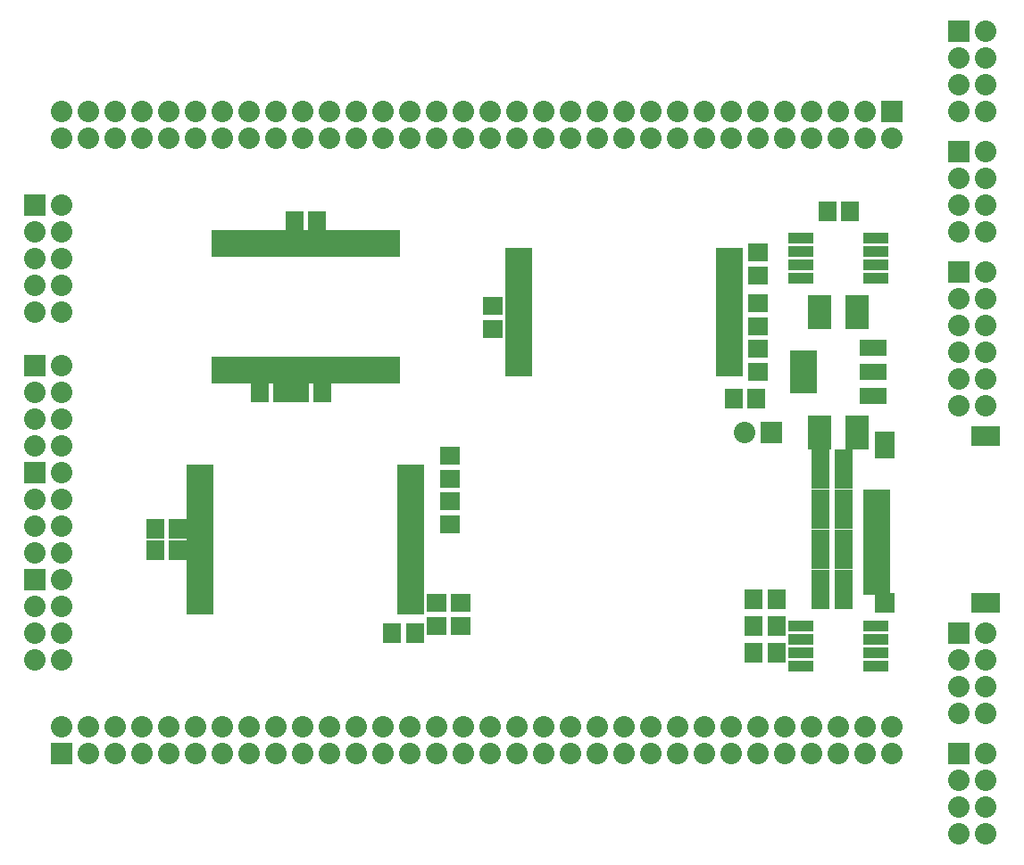
<source format=gts>
G04 (created by PCBNEW-RS274X (2012-01-19 BZR 3256)-stable) date 08/10/2012 04:37:32*
G01*
G70*
G90*
%MOIN*%
G04 Gerber Fmt 3.4, Leading zero omitted, Abs format*
%FSLAX34Y34*%
G04 APERTURE LIST*
%ADD10C,0.006000*%
%ADD11R,0.098700X0.027800*%
%ADD12R,0.065000X0.075000*%
%ADD13R,0.080000X0.080000*%
%ADD14C,0.080000*%
%ADD15R,0.100000X0.164000*%
%ADD16R,0.100000X0.060000*%
%ADD17R,0.090000X0.130000*%
%ADD18R,0.075000X0.065000*%
%ADD19R,0.106600X0.075100*%
%ADD20R,0.075100X0.098700*%
%ADD21R,0.075100X0.075100*%
%ADD22R,0.098700X0.047600*%
%ADD23R,0.095000X0.040000*%
%ADD24R,0.039700X0.098700*%
G04 APERTURE END LIST*
G54D10*
G54D11*
X25037Y-27870D03*
X25037Y-27673D03*
X25037Y-27476D03*
X25037Y-27280D03*
X25037Y-27083D03*
X25037Y-26886D03*
X25037Y-26689D03*
X25037Y-26492D03*
X25037Y-26295D03*
X25037Y-26098D03*
X25037Y-25902D03*
X25037Y-25705D03*
X25037Y-25508D03*
X25037Y-25311D03*
X25037Y-25114D03*
X25037Y-24917D03*
X25037Y-24720D03*
X25037Y-24524D03*
X25037Y-24327D03*
X25037Y-24130D03*
X25037Y-23933D03*
X25037Y-23736D03*
X25037Y-23539D03*
X25037Y-23343D03*
X17163Y-23343D03*
X17163Y-23539D03*
X17163Y-23736D03*
X17163Y-23933D03*
X17163Y-24130D03*
X17163Y-24327D03*
X17163Y-24524D03*
X17163Y-24720D03*
X17163Y-24917D03*
X17163Y-25114D03*
X17163Y-25311D03*
X17163Y-25508D03*
X17163Y-25705D03*
X17163Y-25902D03*
X17163Y-26098D03*
X17163Y-26295D03*
X17163Y-26492D03*
X17163Y-26689D03*
X17163Y-26886D03*
X17163Y-27083D03*
X17163Y-27280D03*
X17163Y-27476D03*
X17163Y-27673D03*
X17163Y-27870D03*
X17163Y-28067D03*
X17163Y-28264D03*
X17163Y-28461D03*
X17163Y-28657D03*
X25037Y-28067D03*
X25037Y-28264D03*
X25037Y-28461D03*
X25037Y-28657D03*
X29063Y-15630D03*
X29063Y-15827D03*
X29063Y-16024D03*
X29063Y-16220D03*
X29063Y-16417D03*
X29063Y-16614D03*
X29063Y-16811D03*
X29063Y-17008D03*
X29063Y-17205D03*
X29063Y-17402D03*
X29063Y-17598D03*
X29063Y-17795D03*
X29063Y-17992D03*
X29063Y-18189D03*
X29063Y-18386D03*
X29063Y-18583D03*
X29063Y-18780D03*
X29063Y-18976D03*
X29063Y-19173D03*
X29063Y-19370D03*
X29063Y-19567D03*
X29063Y-19764D03*
X36937Y-19764D03*
X36937Y-19567D03*
X36937Y-19370D03*
X36937Y-19173D03*
X36937Y-18976D03*
X36937Y-18780D03*
X36937Y-18583D03*
X36937Y-18386D03*
X36937Y-18189D03*
X36937Y-17992D03*
X36937Y-17795D03*
X36937Y-17598D03*
X36937Y-17402D03*
X36937Y-17205D03*
X36937Y-17008D03*
X36937Y-16811D03*
X36937Y-16614D03*
X36937Y-16417D03*
X36937Y-16220D03*
X36937Y-16024D03*
X36937Y-15827D03*
X36937Y-15630D03*
X36937Y-15433D03*
X36937Y-15236D03*
X29063Y-15433D03*
X29063Y-15236D03*
G54D12*
X37825Y-29250D03*
X38675Y-29250D03*
G54D13*
X45500Y-16000D03*
G54D14*
X46500Y-16000D03*
X45500Y-17000D03*
X46500Y-17000D03*
X45500Y-18000D03*
X46500Y-18000D03*
X45500Y-19000D03*
X46500Y-19000D03*
X45500Y-20000D03*
X46500Y-20000D03*
X45500Y-21000D03*
X46500Y-21000D03*
G54D13*
X45500Y-11500D03*
G54D14*
X46500Y-11500D03*
X45500Y-12500D03*
X46500Y-12500D03*
X45500Y-13500D03*
X46500Y-13500D03*
X45500Y-14500D03*
X46500Y-14500D03*
G54D13*
X45500Y-07000D03*
G54D14*
X46500Y-07000D03*
X45500Y-08000D03*
X46500Y-08000D03*
X45500Y-09000D03*
X46500Y-09000D03*
X45500Y-10000D03*
X46500Y-10000D03*
G54D15*
X39700Y-19750D03*
G54D16*
X42300Y-19750D03*
X42300Y-18850D03*
X42300Y-20650D03*
G54D17*
X41700Y-17500D03*
X40300Y-17500D03*
X41700Y-22000D03*
X40300Y-22000D03*
G54D12*
X21525Y-14100D03*
X20675Y-14100D03*
G54D18*
X38000Y-18025D03*
X38000Y-17175D03*
X28100Y-18125D03*
X28100Y-17275D03*
G54D12*
X37825Y-28250D03*
X38675Y-28250D03*
G54D18*
X26900Y-29225D03*
X26900Y-28375D03*
G54D12*
X20875Y-20500D03*
X21725Y-20500D03*
G54D18*
X26000Y-29225D03*
X26000Y-28375D03*
G54D12*
X15475Y-25600D03*
X16325Y-25600D03*
G54D18*
X26500Y-22875D03*
X26500Y-23725D03*
X38000Y-19725D03*
X38000Y-18875D03*
X26500Y-25425D03*
X26500Y-24575D03*
G54D12*
X41175Y-23000D03*
X40325Y-23000D03*
X15475Y-26400D03*
X16325Y-26400D03*
X25175Y-29500D03*
X24325Y-29500D03*
X20225Y-20500D03*
X19375Y-20500D03*
G54D13*
X11000Y-27500D03*
G54D14*
X12000Y-27500D03*
X11000Y-28500D03*
X12000Y-28500D03*
X11000Y-29500D03*
X12000Y-29500D03*
X11000Y-30500D03*
X12000Y-30500D03*
G54D13*
X11000Y-23500D03*
G54D14*
X12000Y-23500D03*
X11000Y-24500D03*
X12000Y-24500D03*
X11000Y-25500D03*
X12000Y-25500D03*
X11000Y-26500D03*
X12000Y-26500D03*
G54D13*
X11000Y-19500D03*
G54D14*
X12000Y-19500D03*
X11000Y-20500D03*
X12000Y-20500D03*
X11000Y-21500D03*
X12000Y-21500D03*
X11000Y-22500D03*
X12000Y-22500D03*
G54D13*
X45500Y-34000D03*
G54D14*
X46500Y-34000D03*
X45500Y-35000D03*
X46500Y-35000D03*
X45500Y-36000D03*
X46500Y-36000D03*
X45500Y-37000D03*
X46500Y-37000D03*
G54D13*
X45500Y-29500D03*
G54D14*
X46500Y-29500D03*
X45500Y-30500D03*
X46500Y-30500D03*
X45500Y-31500D03*
X46500Y-31500D03*
X45500Y-32500D03*
X46500Y-32500D03*
G54D13*
X38500Y-22000D03*
G54D14*
X37500Y-22000D03*
G54D19*
X46488Y-28360D03*
X46488Y-22140D03*
G54D20*
X42709Y-22455D03*
G54D21*
X42709Y-28360D03*
G54D22*
X42433Y-27829D03*
X42433Y-27396D03*
X42433Y-26963D03*
X42433Y-26530D03*
X42433Y-26096D03*
X42433Y-25663D03*
X42433Y-25230D03*
X42433Y-24797D03*
X42433Y-24364D03*
G54D23*
X42400Y-29250D03*
X42400Y-29750D03*
X42400Y-30250D03*
X42400Y-30750D03*
X39600Y-30750D03*
X39600Y-30250D03*
X39600Y-29750D03*
X39600Y-29250D03*
G54D18*
X38000Y-15275D03*
X38000Y-16125D03*
G54D12*
X37925Y-20750D03*
X37075Y-20750D03*
X37825Y-30250D03*
X38675Y-30250D03*
X41175Y-28250D03*
X40325Y-28250D03*
X41175Y-23750D03*
X40325Y-23750D03*
X41175Y-24500D03*
X40325Y-24500D03*
X41175Y-25250D03*
X40325Y-25250D03*
X41175Y-26000D03*
X40325Y-26000D03*
X41175Y-26750D03*
X40325Y-26750D03*
X41175Y-27500D03*
X40325Y-27500D03*
G54D13*
X43000Y-10000D03*
G54D14*
X43000Y-11000D03*
X42000Y-10000D03*
X42000Y-11000D03*
X41000Y-10000D03*
X41000Y-11000D03*
X40000Y-10000D03*
X40000Y-11000D03*
X39000Y-10000D03*
X39000Y-11000D03*
X38000Y-10000D03*
X38000Y-11000D03*
X37000Y-10000D03*
X37000Y-11000D03*
X36000Y-10000D03*
X36000Y-11000D03*
X35000Y-10000D03*
X35000Y-11000D03*
X34000Y-10000D03*
X34000Y-11000D03*
X33000Y-10000D03*
X33000Y-11000D03*
X32000Y-10000D03*
X32000Y-11000D03*
X31000Y-10000D03*
X31000Y-11000D03*
X30000Y-10000D03*
X30000Y-11000D03*
X29000Y-10000D03*
X29000Y-11000D03*
X28000Y-10000D03*
X28000Y-11000D03*
X27000Y-10000D03*
X27000Y-11000D03*
X26000Y-10000D03*
X26000Y-11000D03*
X25000Y-10000D03*
X25000Y-11000D03*
X24000Y-10000D03*
X24000Y-11000D03*
X23000Y-10000D03*
X23000Y-11000D03*
X22000Y-10000D03*
X22000Y-11000D03*
X21000Y-10000D03*
X21000Y-11000D03*
X20000Y-10000D03*
X20000Y-11000D03*
X19000Y-10000D03*
X19000Y-11000D03*
X18000Y-10000D03*
X18000Y-11000D03*
X17000Y-10000D03*
X17000Y-11000D03*
X16000Y-10000D03*
X16000Y-11000D03*
X15000Y-10000D03*
X15000Y-11000D03*
X14000Y-10000D03*
X14000Y-11000D03*
X13000Y-10000D03*
X13000Y-11000D03*
X12000Y-10000D03*
X12000Y-11000D03*
G54D13*
X12000Y-34000D03*
G54D14*
X12000Y-33000D03*
X13000Y-34000D03*
X13000Y-33000D03*
X14000Y-34000D03*
X14000Y-33000D03*
X15000Y-34000D03*
X15000Y-33000D03*
X16000Y-34000D03*
X16000Y-33000D03*
X17000Y-34000D03*
X17000Y-33000D03*
X18000Y-34000D03*
X18000Y-33000D03*
X19000Y-34000D03*
X19000Y-33000D03*
X20000Y-34000D03*
X20000Y-33000D03*
X21000Y-34000D03*
X21000Y-33000D03*
X22000Y-34000D03*
X22000Y-33000D03*
X23000Y-34000D03*
X23000Y-33000D03*
X24000Y-34000D03*
X24000Y-33000D03*
X25000Y-34000D03*
X25000Y-33000D03*
X26000Y-34000D03*
X26000Y-33000D03*
X27000Y-34000D03*
X27000Y-33000D03*
X28000Y-34000D03*
X28000Y-33000D03*
X29000Y-34000D03*
X29000Y-33000D03*
X30000Y-34000D03*
X30000Y-33000D03*
X31000Y-34000D03*
X31000Y-33000D03*
X32000Y-34000D03*
X32000Y-33000D03*
X33000Y-34000D03*
X33000Y-33000D03*
X34000Y-34000D03*
X34000Y-33000D03*
X35000Y-34000D03*
X35000Y-33000D03*
X36000Y-34000D03*
X36000Y-33000D03*
X37000Y-34000D03*
X37000Y-33000D03*
X38000Y-34000D03*
X38000Y-33000D03*
X39000Y-34000D03*
X39000Y-33000D03*
X40000Y-34000D03*
X40000Y-33000D03*
X41000Y-34000D03*
X41000Y-33000D03*
X42000Y-34000D03*
X42000Y-33000D03*
X43000Y-34000D03*
X43000Y-33000D03*
G54D24*
X23777Y-14938D03*
X23462Y-14938D03*
X23147Y-14938D03*
X22832Y-14938D03*
X22517Y-14938D03*
X22202Y-14938D03*
X21887Y-14938D03*
X21572Y-14938D03*
X21257Y-14938D03*
X20943Y-14938D03*
X20628Y-14938D03*
X20313Y-14938D03*
X19998Y-14938D03*
X19683Y-14938D03*
X19368Y-14938D03*
X19053Y-14938D03*
X18738Y-14938D03*
X18423Y-14938D03*
X18108Y-14938D03*
G54D10*
G36*
X17595Y-15431D02*
X17595Y-14445D01*
X17991Y-14445D01*
X17991Y-15431D01*
X17595Y-15431D01*
X17595Y-15431D01*
G37*
G54D24*
X17793Y-19662D03*
X18108Y-19662D03*
X18423Y-19662D03*
X18738Y-19662D03*
X19053Y-19662D03*
X19368Y-19662D03*
X19683Y-19662D03*
X19998Y-19662D03*
X20313Y-19662D03*
X20628Y-19662D03*
X20943Y-19662D03*
X21257Y-19662D03*
X21572Y-19662D03*
X21887Y-19662D03*
X22202Y-19662D03*
X22517Y-19662D03*
X22832Y-19662D03*
X23147Y-19662D03*
X23462Y-19662D03*
X23777Y-19662D03*
X24092Y-19662D03*
X24407Y-19662D03*
X24092Y-14938D03*
X24407Y-14938D03*
G54D12*
X40575Y-13750D03*
X41425Y-13750D03*
G54D13*
X11000Y-13500D03*
G54D14*
X12000Y-13500D03*
X11000Y-14500D03*
X12000Y-14500D03*
X11000Y-15500D03*
X12000Y-15500D03*
X11000Y-16500D03*
X12000Y-16500D03*
X11000Y-17500D03*
X12000Y-17500D03*
G54D23*
X42400Y-14750D03*
X42400Y-15250D03*
X42400Y-15750D03*
X42400Y-16250D03*
X39600Y-16250D03*
X39600Y-15750D03*
X39600Y-15250D03*
X39600Y-14750D03*
M02*

</source>
